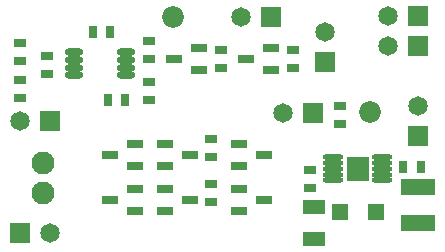
<source format=gts>
G04 Layer_Color=8388736*
%FSLAX24Y24*%
%MOIN*%
G70*
G01*
G75*
%ADD35R,0.0257X0.0414*%
%ADD36R,0.0729X0.0493*%
%ADD37R,0.0414X0.0257*%
%ADD38R,0.1162X0.0552*%
%ADD39R,0.0572X0.0572*%
%ADD40O,0.0690X0.0178*%
%ADD41R,0.0721X0.0800*%
%ADD42R,0.0572X0.0296*%
%ADD43O,0.0631X0.0237*%
%ADD44C,0.0721*%
%ADD45C,0.0651*%
%ADD46R,0.0651X0.0651*%
%ADD47R,0.0651X0.0651*%
%ADD48C,0.0060*%
%ADD49C,0.0769*%
%ADD50C,0.0257*%
D35*
X13505Y2950D02*
D03*
X14095D02*
D03*
X4245Y5200D02*
D03*
X3655D02*
D03*
X3745Y7450D02*
D03*
X3155D02*
D03*
D36*
X10550Y569D02*
D03*
Y1631D02*
D03*
D37*
X10400Y2255D02*
D03*
Y2845D02*
D03*
X7100Y3305D02*
D03*
Y3895D02*
D03*
Y1805D02*
D03*
Y2395D02*
D03*
X5050Y5205D02*
D03*
Y5795D02*
D03*
X750Y5255D02*
D03*
Y5845D02*
D03*
X1650Y6055D02*
D03*
Y6645D02*
D03*
X750Y7095D02*
D03*
Y6505D02*
D03*
X5050Y6555D02*
D03*
Y7145D02*
D03*
X7450Y6255D02*
D03*
Y6845D02*
D03*
X11400Y4405D02*
D03*
Y4995D02*
D03*
X9850Y6845D02*
D03*
Y6255D02*
D03*
D38*
X13990Y1100D02*
D03*
Y2300D02*
D03*
D39*
X12591Y1450D02*
D03*
X11409D02*
D03*
D40*
X11183Y3294D02*
D03*
Y3097D02*
D03*
Y2900D02*
D03*
Y2703D02*
D03*
Y2506D02*
D03*
X12817Y3294D02*
D03*
Y3097D02*
D03*
Y2900D02*
D03*
Y2703D02*
D03*
Y2506D02*
D03*
D41*
X12000Y2900D02*
D03*
D42*
X8863Y3350D02*
D03*
X8037Y2976D02*
D03*
Y3724D02*
D03*
X8863Y1850D02*
D03*
X8037Y1476D02*
D03*
Y2224D02*
D03*
X6413Y3350D02*
D03*
X5587Y2976D02*
D03*
Y3724D02*
D03*
X6413Y1850D02*
D03*
X5587Y1476D02*
D03*
Y2224D02*
D03*
X3737Y3350D02*
D03*
X4563Y3724D02*
D03*
Y2976D02*
D03*
X3737Y1850D02*
D03*
X4563Y2224D02*
D03*
Y1476D02*
D03*
X8287Y6550D02*
D03*
X9113Y6924D02*
D03*
Y6176D02*
D03*
X5887Y6550D02*
D03*
X6713Y6924D02*
D03*
Y6176D02*
D03*
D43*
X4266Y6016D02*
D03*
Y6272D02*
D03*
Y6528D02*
D03*
Y6784D02*
D03*
X2534Y6016D02*
D03*
Y6272D02*
D03*
Y6528D02*
D03*
Y6784D02*
D03*
D44*
X12400Y4800D02*
D03*
X5850Y7950D02*
D03*
D45*
X13000Y8000D02*
D03*
Y7000D02*
D03*
X8100Y7950D02*
D03*
X10900Y7450D02*
D03*
X9500Y4750D02*
D03*
X1750Y750D02*
D03*
X14000Y5000D02*
D03*
X750Y4500D02*
D03*
D46*
X14000Y8000D02*
D03*
Y7000D02*
D03*
X9100Y7950D02*
D03*
X10500Y4750D02*
D03*
X750Y750D02*
D03*
X1750Y4500D02*
D03*
D47*
X10900Y6450D02*
D03*
X14000Y4000D02*
D03*
D48*
X500Y2100D02*
D03*
Y3100D02*
D03*
D49*
X1500Y2100D02*
D03*
Y3100D02*
D03*
D50*
X12000Y3117D02*
D03*
Y2683D02*
D03*
M02*

</source>
